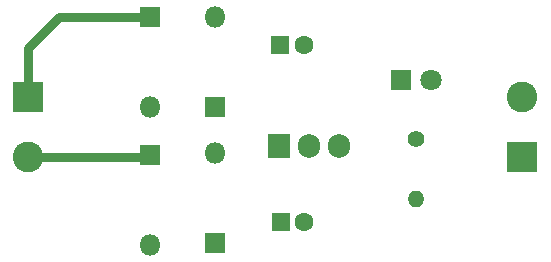
<source format=gbr>
%TF.GenerationSoftware,KiCad,Pcbnew,8.0.5*%
%TF.CreationDate,2024-12-20T15:16:31+03:00*%
%TF.ProjectId,Rectifier,52656374-6966-4696-9572-2e6b69636164,v01*%
%TF.SameCoordinates,Original*%
%TF.FileFunction,Copper,L2,Bot*%
%TF.FilePolarity,Positive*%
%FSLAX46Y46*%
G04 Gerber Fmt 4.6, Leading zero omitted, Abs format (unit mm)*
G04 Created by KiCad (PCBNEW 8.0.5) date 2024-12-20 15:16:31*
%MOMM*%
%LPD*%
G01*
G04 APERTURE LIST*
%TA.AperFunction,ComponentPad*%
%ADD10R,1.905000X2.000000*%
%TD*%
%TA.AperFunction,ComponentPad*%
%ADD11O,1.905000X2.000000*%
%TD*%
%TA.AperFunction,ComponentPad*%
%ADD12C,1.400000*%
%TD*%
%TA.AperFunction,ComponentPad*%
%ADD13O,1.400000X1.400000*%
%TD*%
%TA.AperFunction,ComponentPad*%
%ADD14R,1.800000X1.800000*%
%TD*%
%TA.AperFunction,ComponentPad*%
%ADD15C,1.800000*%
%TD*%
%TA.AperFunction,ComponentPad*%
%ADD16R,2.600000X2.600000*%
%TD*%
%TA.AperFunction,ComponentPad*%
%ADD17C,2.600000*%
%TD*%
%TA.AperFunction,ComponentPad*%
%ADD18O,1.800000X1.800000*%
%TD*%
%TA.AperFunction,ComponentPad*%
%ADD19R,1.600000X1.600000*%
%TD*%
%TA.AperFunction,ComponentPad*%
%ADD20C,1.600000*%
%TD*%
%TA.AperFunction,Conductor*%
%ADD21C,0.762000*%
%TD*%
G04 APERTURE END LIST*
D10*
%TO.P,U1,1,VI*%
%TO.N,Net-(D3-K)*%
X145420000Y-61580000D03*
D11*
%TO.P,U1,2,GND*%
%TO.N,GND*%
X147960000Y-61580000D03*
%TO.P,U1,3,VO*%
%TO.N,Net-(J2-Pin_1)*%
X150500000Y-61580000D03*
%TD*%
D12*
%TO.P,R1,1*%
%TO.N,Net-(LED1-A)*%
X157000000Y-61000000D03*
D13*
%TO.P,R1,2*%
%TO.N,Net-(J2-Pin_1)*%
X157000000Y-66080000D03*
%TD*%
D14*
%TO.P,LED1,1,K*%
%TO.N,GND*%
X155725000Y-56000000D03*
D15*
%TO.P,LED1,2,A*%
%TO.N,Net-(LED1-A)*%
X158265000Y-56000000D03*
%TD*%
D16*
%TO.P,J2,1,Pin_1*%
%TO.N,Net-(J2-Pin_1)*%
X166000000Y-62580000D03*
D17*
%TO.P,J2,2,Pin_2*%
%TO.N,GND*%
X166000000Y-57500000D03*
%TD*%
D16*
%TO.P,J1,1,Pin_1*%
%TO.N,Net-(D2-K)*%
X124195000Y-57455000D03*
D17*
%TO.P,J1,2,Pin_2*%
%TO.N,Net-(D1-K)*%
X124195000Y-62535000D03*
%TD*%
D14*
%TO.P,D4,1,K*%
%TO.N,Net-(D3-K)*%
X140000000Y-69810000D03*
D18*
%TO.P,D4,2,A*%
%TO.N,Net-(D1-K)*%
X140000000Y-62190000D03*
%TD*%
D14*
%TO.P,D3,1,K*%
%TO.N,Net-(D3-K)*%
X140000000Y-58310000D03*
D18*
%TO.P,D3,2,A*%
%TO.N,Net-(D2-K)*%
X140000000Y-50690000D03*
%TD*%
D14*
%TO.P,D2,1,K*%
%TO.N,Net-(D2-K)*%
X134500000Y-50690000D03*
D18*
%TO.P,D2,2,A*%
%TO.N,GND*%
X134500000Y-58310000D03*
%TD*%
D14*
%TO.P,D1,1,K*%
%TO.N,Net-(D1-K)*%
X134500000Y-62380000D03*
D18*
%TO.P,D1,2,A*%
%TO.N,GND*%
X134500000Y-70000000D03*
%TD*%
D19*
%TO.P,C2,1*%
%TO.N,Net-(D3-K)*%
X145544888Y-68080000D03*
D20*
%TO.P,C2,2*%
%TO.N,GND*%
X147544888Y-68080000D03*
%TD*%
D19*
%TO.P,C1,1*%
%TO.N,Net-(J2-Pin_1)*%
X145500000Y-53080000D03*
D20*
%TO.P,C1,2*%
%TO.N,GND*%
X147500000Y-53080000D03*
%TD*%
D21*
%TO.N,Net-(D2-K)*%
X126810000Y-50690000D02*
X134500000Y-50690000D01*
X124195000Y-53305000D02*
X126810000Y-50690000D01*
X124195000Y-57455000D02*
X124195000Y-53305000D01*
%TO.N,Net-(D1-K)*%
X134345000Y-62535000D02*
X134500000Y-62380000D01*
X124195000Y-62535000D02*
X134345000Y-62535000D01*
%TD*%
M02*

</source>
